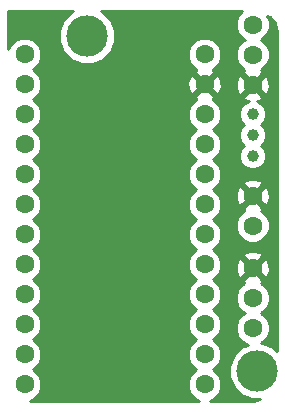
<source format=gbr>
G04 #@! TF.FileFunction,Copper,L2,Bot,Signal*
%FSLAX46Y46*%
G04 Gerber Fmt 4.6, Leading zero omitted, Abs format (unit mm)*
G04 Created by KiCad (PCBNEW 4.0.5+dfsg1-4) date Mon Jan 29 19:16:24 2018*
%MOMM*%
%LPD*%
G01*
G04 APERTURE LIST*
%ADD10C,0.100000*%
%ADD11C,1.000000*%
%ADD12C,1.600000*%
%ADD13C,3.500000*%
%ADD14C,0.254000*%
G04 APERTURE END LIST*
D10*
D11*
X160200000Y-99000000D03*
X160200000Y-100778000D03*
X160200000Y-97222000D03*
D12*
X140881100Y-120116600D03*
X140881100Y-117576600D03*
X156121100Y-120116600D03*
X140881100Y-115036600D03*
X140881100Y-112496600D03*
X140881100Y-109956600D03*
X140881100Y-107416600D03*
X140881100Y-104876600D03*
X140881100Y-102336600D03*
X140881100Y-99796600D03*
X140881100Y-97256600D03*
X140881100Y-94716600D03*
X140881100Y-92176600D03*
X156121100Y-117576600D03*
X156121100Y-115036600D03*
X156121100Y-112496600D03*
X156121100Y-109956600D03*
X156121100Y-107416600D03*
X156121100Y-104876600D03*
X156121100Y-102336600D03*
X156121100Y-99796600D03*
X156121100Y-97256600D03*
X156121100Y-94716600D03*
X156121100Y-92176600D03*
X160200000Y-106670000D03*
X160200000Y-104130000D03*
X160200000Y-112800000D03*
X160200000Y-110260000D03*
X160200000Y-115340000D03*
D13*
X160600000Y-119000000D03*
D12*
X160200000Y-92200000D03*
X160200000Y-94740000D03*
X160200000Y-89660000D03*
D13*
X146200000Y-90600000D03*
D14*
G36*
X144850771Y-88576916D02*
X144179274Y-89247242D01*
X143815415Y-90123513D01*
X143814587Y-91072325D01*
X144176916Y-91949229D01*
X144847242Y-92620726D01*
X145723513Y-92984585D01*
X146672325Y-92985413D01*
X147549229Y-92623084D01*
X147711809Y-92460787D01*
X154685852Y-92460787D01*
X154903857Y-92988400D01*
X155307177Y-93392424D01*
X155421868Y-93440048D01*
X155367095Y-93462736D01*
X155292961Y-93708855D01*
X156121100Y-94536995D01*
X156949239Y-93708855D01*
X156875105Y-93462736D01*
X156816846Y-93441795D01*
X156932900Y-93393843D01*
X157336924Y-92990523D01*
X157555850Y-92463291D01*
X157556348Y-91892413D01*
X157338343Y-91364800D01*
X156935023Y-90960776D01*
X156407791Y-90741850D01*
X155836913Y-90741352D01*
X155309300Y-90959357D01*
X154905276Y-91362677D01*
X154686350Y-91889909D01*
X154685852Y-92460787D01*
X147711809Y-92460787D01*
X148220726Y-91952758D01*
X148584585Y-91076487D01*
X148585413Y-90127675D01*
X148223084Y-89250771D01*
X147552758Y-88579274D01*
X147385927Y-88510000D01*
X159320840Y-88510000D01*
X158984176Y-88846077D01*
X158765250Y-89373309D01*
X158764752Y-89944187D01*
X158982757Y-90471800D01*
X159386077Y-90875824D01*
X159516215Y-90929862D01*
X159388200Y-90982757D01*
X158984176Y-91386077D01*
X158765250Y-91913309D01*
X158764752Y-92484187D01*
X158982757Y-93011800D01*
X159386077Y-93415824D01*
X159500768Y-93463448D01*
X159445995Y-93486136D01*
X159371861Y-93732255D01*
X160200000Y-94560395D01*
X161028139Y-93732255D01*
X160954005Y-93486136D01*
X160895746Y-93465195D01*
X161011800Y-93417243D01*
X161415824Y-93013923D01*
X161634750Y-92486691D01*
X161635248Y-91915813D01*
X161417243Y-91388200D01*
X161013923Y-90984176D01*
X160883785Y-90930138D01*
X161011800Y-90877243D01*
X161415824Y-90473923D01*
X161634750Y-89946691D01*
X161635248Y-89375813D01*
X161439931Y-88903109D01*
X161647841Y-88997614D01*
X162079962Y-89547755D01*
X162290000Y-90297566D01*
X162290000Y-117317105D01*
X161952758Y-116979274D01*
X161076487Y-116615415D01*
X160871446Y-116615236D01*
X161011800Y-116557243D01*
X161415824Y-116153923D01*
X161634750Y-115626691D01*
X161635248Y-115055813D01*
X161417243Y-114528200D01*
X161013923Y-114124176D01*
X160883785Y-114070138D01*
X161011800Y-114017243D01*
X161415824Y-113613923D01*
X161634750Y-113086691D01*
X161635248Y-112515813D01*
X161417243Y-111988200D01*
X161013923Y-111584176D01*
X160899232Y-111536552D01*
X160954005Y-111513864D01*
X161028139Y-111267745D01*
X160200000Y-110439605D01*
X159371861Y-111267745D01*
X159445995Y-111513864D01*
X159504254Y-111534805D01*
X159388200Y-111582757D01*
X158984176Y-111986077D01*
X158765250Y-112513309D01*
X158764752Y-113084187D01*
X158982757Y-113611800D01*
X159386077Y-114015824D01*
X159516215Y-114069862D01*
X159388200Y-114122757D01*
X158984176Y-114526077D01*
X158765250Y-115053309D01*
X158764752Y-115624187D01*
X158982757Y-116151800D01*
X159386077Y-116555824D01*
X159826894Y-116738867D01*
X159250771Y-116976916D01*
X158579274Y-117647242D01*
X158215415Y-118523513D01*
X158214587Y-119472325D01*
X158576916Y-120349229D01*
X159247242Y-121020726D01*
X160123513Y-121384585D01*
X160856810Y-121385225D01*
X160330069Y-121490000D01*
X156554971Y-121490000D01*
X156932900Y-121333843D01*
X157336924Y-120930523D01*
X157555850Y-120403291D01*
X157556348Y-119832413D01*
X157338343Y-119304800D01*
X156935023Y-118900776D01*
X156804885Y-118846738D01*
X156932900Y-118793843D01*
X157336924Y-118390523D01*
X157555850Y-117863291D01*
X157556348Y-117292413D01*
X157338343Y-116764800D01*
X156935023Y-116360776D01*
X156804885Y-116306738D01*
X156932900Y-116253843D01*
X157336924Y-115850523D01*
X157555850Y-115323291D01*
X157556348Y-114752413D01*
X157338343Y-114224800D01*
X156935023Y-113820776D01*
X156804885Y-113766738D01*
X156932900Y-113713843D01*
X157336924Y-113310523D01*
X157555850Y-112783291D01*
X157556348Y-112212413D01*
X157338343Y-111684800D01*
X156935023Y-111280776D01*
X156804885Y-111226738D01*
X156932900Y-111173843D01*
X157336924Y-110770523D01*
X157555850Y-110243291D01*
X157556024Y-110043223D01*
X158753035Y-110043223D01*
X158780222Y-110613454D01*
X158946136Y-111014005D01*
X159192255Y-111088139D01*
X160020395Y-110260000D01*
X160379605Y-110260000D01*
X161207745Y-111088139D01*
X161453864Y-111014005D01*
X161646965Y-110476777D01*
X161619778Y-109906546D01*
X161453864Y-109505995D01*
X161207745Y-109431861D01*
X160379605Y-110260000D01*
X160020395Y-110260000D01*
X159192255Y-109431861D01*
X158946136Y-109505995D01*
X158753035Y-110043223D01*
X157556024Y-110043223D01*
X157556348Y-109672413D01*
X157382743Y-109252255D01*
X159371861Y-109252255D01*
X160200000Y-110080395D01*
X161028139Y-109252255D01*
X160954005Y-109006136D01*
X160416777Y-108813035D01*
X159846546Y-108840222D01*
X159445995Y-109006136D01*
X159371861Y-109252255D01*
X157382743Y-109252255D01*
X157338343Y-109144800D01*
X156935023Y-108740776D01*
X156804885Y-108686738D01*
X156932900Y-108633843D01*
X157336924Y-108230523D01*
X157555850Y-107703291D01*
X157556348Y-107132413D01*
X157482707Y-106954187D01*
X158764752Y-106954187D01*
X158982757Y-107481800D01*
X159386077Y-107885824D01*
X159913309Y-108104750D01*
X160484187Y-108105248D01*
X161011800Y-107887243D01*
X161415824Y-107483923D01*
X161634750Y-106956691D01*
X161635248Y-106385813D01*
X161417243Y-105858200D01*
X161013923Y-105454176D01*
X160899232Y-105406552D01*
X160954005Y-105383864D01*
X161028139Y-105137745D01*
X160200000Y-104309605D01*
X159371861Y-105137745D01*
X159445995Y-105383864D01*
X159504254Y-105404805D01*
X159388200Y-105452757D01*
X158984176Y-105856077D01*
X158765250Y-106383309D01*
X158764752Y-106954187D01*
X157482707Y-106954187D01*
X157338343Y-106604800D01*
X156935023Y-106200776D01*
X156804885Y-106146738D01*
X156932900Y-106093843D01*
X157336924Y-105690523D01*
X157555850Y-105163291D01*
X157556348Y-104592413D01*
X157338343Y-104064800D01*
X157187031Y-103913223D01*
X158753035Y-103913223D01*
X158780222Y-104483454D01*
X158946136Y-104884005D01*
X159192255Y-104958139D01*
X160020395Y-104130000D01*
X160379605Y-104130000D01*
X161207745Y-104958139D01*
X161453864Y-104884005D01*
X161646965Y-104346777D01*
X161619778Y-103776546D01*
X161453864Y-103375995D01*
X161207745Y-103301861D01*
X160379605Y-104130000D01*
X160020395Y-104130000D01*
X159192255Y-103301861D01*
X158946136Y-103375995D01*
X158753035Y-103913223D01*
X157187031Y-103913223D01*
X156935023Y-103660776D01*
X156804885Y-103606738D01*
X156932900Y-103553843D01*
X157336924Y-103150523D01*
X157348661Y-103122255D01*
X159371861Y-103122255D01*
X160200000Y-103950395D01*
X161028139Y-103122255D01*
X160954005Y-102876136D01*
X160416777Y-102683035D01*
X159846546Y-102710222D01*
X159445995Y-102876136D01*
X159371861Y-103122255D01*
X157348661Y-103122255D01*
X157555850Y-102623291D01*
X157556348Y-102052413D01*
X157338343Y-101524800D01*
X156935023Y-101120776D01*
X156804885Y-101066738D01*
X156932900Y-101013843D01*
X157336924Y-100610523D01*
X157555850Y-100083291D01*
X157556348Y-99512413D01*
X157338343Y-98984800D01*
X156935023Y-98580776D01*
X156804885Y-98526738D01*
X156932900Y-98473843D01*
X157336924Y-98070523D01*
X157555850Y-97543291D01*
X157555934Y-97446775D01*
X159064803Y-97446775D01*
X159237233Y-97864086D01*
X159483867Y-98111151D01*
X159238355Y-98356235D01*
X159065197Y-98773244D01*
X159064803Y-99224775D01*
X159237233Y-99642086D01*
X159483867Y-99889151D01*
X159238355Y-100134235D01*
X159065197Y-100551244D01*
X159064803Y-101002775D01*
X159237233Y-101420086D01*
X159556235Y-101739645D01*
X159973244Y-101912803D01*
X160424775Y-101913197D01*
X160842086Y-101740767D01*
X161161645Y-101421765D01*
X161334803Y-101004756D01*
X161335197Y-100553225D01*
X161162767Y-100135914D01*
X160916133Y-99888849D01*
X161161645Y-99643765D01*
X161334803Y-99226756D01*
X161335197Y-98775225D01*
X161162767Y-98357914D01*
X160916133Y-98110849D01*
X161161645Y-97865765D01*
X161334803Y-97448756D01*
X161335197Y-96997225D01*
X161162767Y-96579914D01*
X160843765Y-96260355D01*
X160577532Y-96149805D01*
X160954005Y-95993864D01*
X161028139Y-95747745D01*
X160200000Y-94919605D01*
X159371861Y-95747745D01*
X159445995Y-95993864D01*
X159849308Y-96138831D01*
X159557914Y-96259233D01*
X159238355Y-96578235D01*
X159065197Y-96995244D01*
X159064803Y-97446775D01*
X157555934Y-97446775D01*
X157556348Y-96972413D01*
X157338343Y-96444800D01*
X156935023Y-96040776D01*
X156820332Y-95993152D01*
X156875105Y-95970464D01*
X156949239Y-95724345D01*
X156121100Y-94896205D01*
X155292961Y-95724345D01*
X155367095Y-95970464D01*
X155425354Y-95991405D01*
X155309300Y-96039357D01*
X154905276Y-96442677D01*
X154686350Y-96969909D01*
X154685852Y-97540787D01*
X154903857Y-98068400D01*
X155307177Y-98472424D01*
X155437315Y-98526462D01*
X155309300Y-98579357D01*
X154905276Y-98982677D01*
X154686350Y-99509909D01*
X154685852Y-100080787D01*
X154903857Y-100608400D01*
X155307177Y-101012424D01*
X155437315Y-101066462D01*
X155309300Y-101119357D01*
X154905276Y-101522677D01*
X154686350Y-102049909D01*
X154685852Y-102620787D01*
X154903857Y-103148400D01*
X155307177Y-103552424D01*
X155437315Y-103606462D01*
X155309300Y-103659357D01*
X154905276Y-104062677D01*
X154686350Y-104589909D01*
X154685852Y-105160787D01*
X154903857Y-105688400D01*
X155307177Y-106092424D01*
X155437315Y-106146462D01*
X155309300Y-106199357D01*
X154905276Y-106602677D01*
X154686350Y-107129909D01*
X154685852Y-107700787D01*
X154903857Y-108228400D01*
X155307177Y-108632424D01*
X155437315Y-108686462D01*
X155309300Y-108739357D01*
X154905276Y-109142677D01*
X154686350Y-109669909D01*
X154685852Y-110240787D01*
X154903857Y-110768400D01*
X155307177Y-111172424D01*
X155437315Y-111226462D01*
X155309300Y-111279357D01*
X154905276Y-111682677D01*
X154686350Y-112209909D01*
X154685852Y-112780787D01*
X154903857Y-113308400D01*
X155307177Y-113712424D01*
X155437315Y-113766462D01*
X155309300Y-113819357D01*
X154905276Y-114222677D01*
X154686350Y-114749909D01*
X154685852Y-115320787D01*
X154903857Y-115848400D01*
X155307177Y-116252424D01*
X155437315Y-116306462D01*
X155309300Y-116359357D01*
X154905276Y-116762677D01*
X154686350Y-117289909D01*
X154685852Y-117860787D01*
X154903857Y-118388400D01*
X155307177Y-118792424D01*
X155437315Y-118846462D01*
X155309300Y-118899357D01*
X154905276Y-119302677D01*
X154686350Y-119829909D01*
X154685852Y-120400787D01*
X154903857Y-120928400D01*
X155307177Y-121332424D01*
X155686662Y-121490000D01*
X141314971Y-121490000D01*
X141692900Y-121333843D01*
X142096924Y-120930523D01*
X142315850Y-120403291D01*
X142316348Y-119832413D01*
X142098343Y-119304800D01*
X141695023Y-118900776D01*
X141564885Y-118846738D01*
X141692900Y-118793843D01*
X142096924Y-118390523D01*
X142315850Y-117863291D01*
X142316348Y-117292413D01*
X142098343Y-116764800D01*
X141695023Y-116360776D01*
X141564885Y-116306738D01*
X141692900Y-116253843D01*
X142096924Y-115850523D01*
X142315850Y-115323291D01*
X142316348Y-114752413D01*
X142098343Y-114224800D01*
X141695023Y-113820776D01*
X141564885Y-113766738D01*
X141692900Y-113713843D01*
X142096924Y-113310523D01*
X142315850Y-112783291D01*
X142316348Y-112212413D01*
X142098343Y-111684800D01*
X141695023Y-111280776D01*
X141564885Y-111226738D01*
X141692900Y-111173843D01*
X142096924Y-110770523D01*
X142315850Y-110243291D01*
X142316348Y-109672413D01*
X142098343Y-109144800D01*
X141695023Y-108740776D01*
X141564885Y-108686738D01*
X141692900Y-108633843D01*
X142096924Y-108230523D01*
X142315850Y-107703291D01*
X142316348Y-107132413D01*
X142098343Y-106604800D01*
X141695023Y-106200776D01*
X141564885Y-106146738D01*
X141692900Y-106093843D01*
X142096924Y-105690523D01*
X142315850Y-105163291D01*
X142316348Y-104592413D01*
X142098343Y-104064800D01*
X141695023Y-103660776D01*
X141564885Y-103606738D01*
X141692900Y-103553843D01*
X142096924Y-103150523D01*
X142315850Y-102623291D01*
X142316348Y-102052413D01*
X142098343Y-101524800D01*
X141695023Y-101120776D01*
X141564885Y-101066738D01*
X141692900Y-101013843D01*
X142096924Y-100610523D01*
X142315850Y-100083291D01*
X142316348Y-99512413D01*
X142098343Y-98984800D01*
X141695023Y-98580776D01*
X141564885Y-98526738D01*
X141692900Y-98473843D01*
X142096924Y-98070523D01*
X142315850Y-97543291D01*
X142316348Y-96972413D01*
X142098343Y-96444800D01*
X141695023Y-96040776D01*
X141564885Y-95986738D01*
X141692900Y-95933843D01*
X142096924Y-95530523D01*
X142315850Y-95003291D01*
X142316289Y-94499823D01*
X154674135Y-94499823D01*
X154701322Y-95070054D01*
X154867236Y-95470605D01*
X155113355Y-95544739D01*
X155941495Y-94716600D01*
X156300705Y-94716600D01*
X157128845Y-95544739D01*
X157374964Y-95470605D01*
X157568065Y-94933377D01*
X157548511Y-94523223D01*
X158753035Y-94523223D01*
X158780222Y-95093454D01*
X158946136Y-95494005D01*
X159192255Y-95568139D01*
X160020395Y-94740000D01*
X160379605Y-94740000D01*
X161207745Y-95568139D01*
X161453864Y-95494005D01*
X161646965Y-94956777D01*
X161619778Y-94386546D01*
X161453864Y-93985995D01*
X161207745Y-93911861D01*
X160379605Y-94740000D01*
X160020395Y-94740000D01*
X159192255Y-93911861D01*
X158946136Y-93985995D01*
X158753035Y-94523223D01*
X157548511Y-94523223D01*
X157540878Y-94363146D01*
X157374964Y-93962595D01*
X157128845Y-93888461D01*
X156300705Y-94716600D01*
X155941495Y-94716600D01*
X155113355Y-93888461D01*
X154867236Y-93962595D01*
X154674135Y-94499823D01*
X142316289Y-94499823D01*
X142316348Y-94432413D01*
X142098343Y-93904800D01*
X141695023Y-93500776D01*
X141564885Y-93446738D01*
X141692900Y-93393843D01*
X142096924Y-92990523D01*
X142315850Y-92463291D01*
X142316348Y-91892413D01*
X142098343Y-91364800D01*
X141695023Y-90960776D01*
X141167791Y-90741850D01*
X140596913Y-90741352D01*
X140069300Y-90959357D01*
X139665276Y-91362677D01*
X139510000Y-91736623D01*
X139510000Y-88510000D01*
X145012720Y-88510000D01*
X144850771Y-88576916D01*
X144850771Y-88576916D01*
G37*
X144850771Y-88576916D02*
X144179274Y-89247242D01*
X143815415Y-90123513D01*
X143814587Y-91072325D01*
X144176916Y-91949229D01*
X144847242Y-92620726D01*
X145723513Y-92984585D01*
X146672325Y-92985413D01*
X147549229Y-92623084D01*
X147711809Y-92460787D01*
X154685852Y-92460787D01*
X154903857Y-92988400D01*
X155307177Y-93392424D01*
X155421868Y-93440048D01*
X155367095Y-93462736D01*
X155292961Y-93708855D01*
X156121100Y-94536995D01*
X156949239Y-93708855D01*
X156875105Y-93462736D01*
X156816846Y-93441795D01*
X156932900Y-93393843D01*
X157336924Y-92990523D01*
X157555850Y-92463291D01*
X157556348Y-91892413D01*
X157338343Y-91364800D01*
X156935023Y-90960776D01*
X156407791Y-90741850D01*
X155836913Y-90741352D01*
X155309300Y-90959357D01*
X154905276Y-91362677D01*
X154686350Y-91889909D01*
X154685852Y-92460787D01*
X147711809Y-92460787D01*
X148220726Y-91952758D01*
X148584585Y-91076487D01*
X148585413Y-90127675D01*
X148223084Y-89250771D01*
X147552758Y-88579274D01*
X147385927Y-88510000D01*
X159320840Y-88510000D01*
X158984176Y-88846077D01*
X158765250Y-89373309D01*
X158764752Y-89944187D01*
X158982757Y-90471800D01*
X159386077Y-90875824D01*
X159516215Y-90929862D01*
X159388200Y-90982757D01*
X158984176Y-91386077D01*
X158765250Y-91913309D01*
X158764752Y-92484187D01*
X158982757Y-93011800D01*
X159386077Y-93415824D01*
X159500768Y-93463448D01*
X159445995Y-93486136D01*
X159371861Y-93732255D01*
X160200000Y-94560395D01*
X161028139Y-93732255D01*
X160954005Y-93486136D01*
X160895746Y-93465195D01*
X161011800Y-93417243D01*
X161415824Y-93013923D01*
X161634750Y-92486691D01*
X161635248Y-91915813D01*
X161417243Y-91388200D01*
X161013923Y-90984176D01*
X160883785Y-90930138D01*
X161011800Y-90877243D01*
X161415824Y-90473923D01*
X161634750Y-89946691D01*
X161635248Y-89375813D01*
X161439931Y-88903109D01*
X161647841Y-88997614D01*
X162079962Y-89547755D01*
X162290000Y-90297566D01*
X162290000Y-117317105D01*
X161952758Y-116979274D01*
X161076487Y-116615415D01*
X160871446Y-116615236D01*
X161011800Y-116557243D01*
X161415824Y-116153923D01*
X161634750Y-115626691D01*
X161635248Y-115055813D01*
X161417243Y-114528200D01*
X161013923Y-114124176D01*
X160883785Y-114070138D01*
X161011800Y-114017243D01*
X161415824Y-113613923D01*
X161634750Y-113086691D01*
X161635248Y-112515813D01*
X161417243Y-111988200D01*
X161013923Y-111584176D01*
X160899232Y-111536552D01*
X160954005Y-111513864D01*
X161028139Y-111267745D01*
X160200000Y-110439605D01*
X159371861Y-111267745D01*
X159445995Y-111513864D01*
X159504254Y-111534805D01*
X159388200Y-111582757D01*
X158984176Y-111986077D01*
X158765250Y-112513309D01*
X158764752Y-113084187D01*
X158982757Y-113611800D01*
X159386077Y-114015824D01*
X159516215Y-114069862D01*
X159388200Y-114122757D01*
X158984176Y-114526077D01*
X158765250Y-115053309D01*
X158764752Y-115624187D01*
X158982757Y-116151800D01*
X159386077Y-116555824D01*
X159826894Y-116738867D01*
X159250771Y-116976916D01*
X158579274Y-117647242D01*
X158215415Y-118523513D01*
X158214587Y-119472325D01*
X158576916Y-120349229D01*
X159247242Y-121020726D01*
X160123513Y-121384585D01*
X160856810Y-121385225D01*
X160330069Y-121490000D01*
X156554971Y-121490000D01*
X156932900Y-121333843D01*
X157336924Y-120930523D01*
X157555850Y-120403291D01*
X157556348Y-119832413D01*
X157338343Y-119304800D01*
X156935023Y-118900776D01*
X156804885Y-118846738D01*
X156932900Y-118793843D01*
X157336924Y-118390523D01*
X157555850Y-117863291D01*
X157556348Y-117292413D01*
X157338343Y-116764800D01*
X156935023Y-116360776D01*
X156804885Y-116306738D01*
X156932900Y-116253843D01*
X157336924Y-115850523D01*
X157555850Y-115323291D01*
X157556348Y-114752413D01*
X157338343Y-114224800D01*
X156935023Y-113820776D01*
X156804885Y-113766738D01*
X156932900Y-113713843D01*
X157336924Y-113310523D01*
X157555850Y-112783291D01*
X157556348Y-112212413D01*
X157338343Y-111684800D01*
X156935023Y-111280776D01*
X156804885Y-111226738D01*
X156932900Y-111173843D01*
X157336924Y-110770523D01*
X157555850Y-110243291D01*
X157556024Y-110043223D01*
X158753035Y-110043223D01*
X158780222Y-110613454D01*
X158946136Y-111014005D01*
X159192255Y-111088139D01*
X160020395Y-110260000D01*
X160379605Y-110260000D01*
X161207745Y-111088139D01*
X161453864Y-111014005D01*
X161646965Y-110476777D01*
X161619778Y-109906546D01*
X161453864Y-109505995D01*
X161207745Y-109431861D01*
X160379605Y-110260000D01*
X160020395Y-110260000D01*
X159192255Y-109431861D01*
X158946136Y-109505995D01*
X158753035Y-110043223D01*
X157556024Y-110043223D01*
X157556348Y-109672413D01*
X157382743Y-109252255D01*
X159371861Y-109252255D01*
X160200000Y-110080395D01*
X161028139Y-109252255D01*
X160954005Y-109006136D01*
X160416777Y-108813035D01*
X159846546Y-108840222D01*
X159445995Y-109006136D01*
X159371861Y-109252255D01*
X157382743Y-109252255D01*
X157338343Y-109144800D01*
X156935023Y-108740776D01*
X156804885Y-108686738D01*
X156932900Y-108633843D01*
X157336924Y-108230523D01*
X157555850Y-107703291D01*
X157556348Y-107132413D01*
X157482707Y-106954187D01*
X158764752Y-106954187D01*
X158982757Y-107481800D01*
X159386077Y-107885824D01*
X159913309Y-108104750D01*
X160484187Y-108105248D01*
X161011800Y-107887243D01*
X161415824Y-107483923D01*
X161634750Y-106956691D01*
X161635248Y-106385813D01*
X161417243Y-105858200D01*
X161013923Y-105454176D01*
X160899232Y-105406552D01*
X160954005Y-105383864D01*
X161028139Y-105137745D01*
X160200000Y-104309605D01*
X159371861Y-105137745D01*
X159445995Y-105383864D01*
X159504254Y-105404805D01*
X159388200Y-105452757D01*
X158984176Y-105856077D01*
X158765250Y-106383309D01*
X158764752Y-106954187D01*
X157482707Y-106954187D01*
X157338343Y-106604800D01*
X156935023Y-106200776D01*
X156804885Y-106146738D01*
X156932900Y-106093843D01*
X157336924Y-105690523D01*
X157555850Y-105163291D01*
X157556348Y-104592413D01*
X157338343Y-104064800D01*
X157187031Y-103913223D01*
X158753035Y-103913223D01*
X158780222Y-104483454D01*
X158946136Y-104884005D01*
X159192255Y-104958139D01*
X160020395Y-104130000D01*
X160379605Y-104130000D01*
X161207745Y-104958139D01*
X161453864Y-104884005D01*
X161646965Y-104346777D01*
X161619778Y-103776546D01*
X161453864Y-103375995D01*
X161207745Y-103301861D01*
X160379605Y-104130000D01*
X160020395Y-104130000D01*
X159192255Y-103301861D01*
X158946136Y-103375995D01*
X158753035Y-103913223D01*
X157187031Y-103913223D01*
X156935023Y-103660776D01*
X156804885Y-103606738D01*
X156932900Y-103553843D01*
X157336924Y-103150523D01*
X157348661Y-103122255D01*
X159371861Y-103122255D01*
X160200000Y-103950395D01*
X161028139Y-103122255D01*
X160954005Y-102876136D01*
X160416777Y-102683035D01*
X159846546Y-102710222D01*
X159445995Y-102876136D01*
X159371861Y-103122255D01*
X157348661Y-103122255D01*
X157555850Y-102623291D01*
X157556348Y-102052413D01*
X157338343Y-101524800D01*
X156935023Y-101120776D01*
X156804885Y-101066738D01*
X156932900Y-101013843D01*
X157336924Y-100610523D01*
X157555850Y-100083291D01*
X157556348Y-99512413D01*
X157338343Y-98984800D01*
X156935023Y-98580776D01*
X156804885Y-98526738D01*
X156932900Y-98473843D01*
X157336924Y-98070523D01*
X157555850Y-97543291D01*
X157555934Y-97446775D01*
X159064803Y-97446775D01*
X159237233Y-97864086D01*
X159483867Y-98111151D01*
X159238355Y-98356235D01*
X159065197Y-98773244D01*
X159064803Y-99224775D01*
X159237233Y-99642086D01*
X159483867Y-99889151D01*
X159238355Y-100134235D01*
X159065197Y-100551244D01*
X159064803Y-101002775D01*
X159237233Y-101420086D01*
X159556235Y-101739645D01*
X159973244Y-101912803D01*
X160424775Y-101913197D01*
X160842086Y-101740767D01*
X161161645Y-101421765D01*
X161334803Y-101004756D01*
X161335197Y-100553225D01*
X161162767Y-100135914D01*
X160916133Y-99888849D01*
X161161645Y-99643765D01*
X161334803Y-99226756D01*
X161335197Y-98775225D01*
X161162767Y-98357914D01*
X160916133Y-98110849D01*
X161161645Y-97865765D01*
X161334803Y-97448756D01*
X161335197Y-96997225D01*
X161162767Y-96579914D01*
X160843765Y-96260355D01*
X160577532Y-96149805D01*
X160954005Y-95993864D01*
X161028139Y-95747745D01*
X160200000Y-94919605D01*
X159371861Y-95747745D01*
X159445995Y-95993864D01*
X159849308Y-96138831D01*
X159557914Y-96259233D01*
X159238355Y-96578235D01*
X159065197Y-96995244D01*
X159064803Y-97446775D01*
X157555934Y-97446775D01*
X157556348Y-96972413D01*
X157338343Y-96444800D01*
X156935023Y-96040776D01*
X156820332Y-95993152D01*
X156875105Y-95970464D01*
X156949239Y-95724345D01*
X156121100Y-94896205D01*
X155292961Y-95724345D01*
X155367095Y-95970464D01*
X155425354Y-95991405D01*
X155309300Y-96039357D01*
X154905276Y-96442677D01*
X154686350Y-96969909D01*
X154685852Y-97540787D01*
X154903857Y-98068400D01*
X155307177Y-98472424D01*
X155437315Y-98526462D01*
X155309300Y-98579357D01*
X154905276Y-98982677D01*
X154686350Y-99509909D01*
X154685852Y-100080787D01*
X154903857Y-100608400D01*
X155307177Y-101012424D01*
X155437315Y-101066462D01*
X155309300Y-101119357D01*
X154905276Y-101522677D01*
X154686350Y-102049909D01*
X154685852Y-102620787D01*
X154903857Y-103148400D01*
X155307177Y-103552424D01*
X155437315Y-103606462D01*
X155309300Y-103659357D01*
X154905276Y-104062677D01*
X154686350Y-104589909D01*
X154685852Y-105160787D01*
X154903857Y-105688400D01*
X155307177Y-106092424D01*
X155437315Y-106146462D01*
X155309300Y-106199357D01*
X154905276Y-106602677D01*
X154686350Y-107129909D01*
X154685852Y-107700787D01*
X154903857Y-108228400D01*
X155307177Y-108632424D01*
X155437315Y-108686462D01*
X155309300Y-108739357D01*
X154905276Y-109142677D01*
X154686350Y-109669909D01*
X154685852Y-110240787D01*
X154903857Y-110768400D01*
X155307177Y-111172424D01*
X155437315Y-111226462D01*
X155309300Y-111279357D01*
X154905276Y-111682677D01*
X154686350Y-112209909D01*
X154685852Y-112780787D01*
X154903857Y-113308400D01*
X155307177Y-113712424D01*
X155437315Y-113766462D01*
X155309300Y-113819357D01*
X154905276Y-114222677D01*
X154686350Y-114749909D01*
X154685852Y-115320787D01*
X154903857Y-115848400D01*
X155307177Y-116252424D01*
X155437315Y-116306462D01*
X155309300Y-116359357D01*
X154905276Y-116762677D01*
X154686350Y-117289909D01*
X154685852Y-117860787D01*
X154903857Y-118388400D01*
X155307177Y-118792424D01*
X155437315Y-118846462D01*
X155309300Y-118899357D01*
X154905276Y-119302677D01*
X154686350Y-119829909D01*
X154685852Y-120400787D01*
X154903857Y-120928400D01*
X155307177Y-121332424D01*
X155686662Y-121490000D01*
X141314971Y-121490000D01*
X141692900Y-121333843D01*
X142096924Y-120930523D01*
X142315850Y-120403291D01*
X142316348Y-119832413D01*
X142098343Y-119304800D01*
X141695023Y-118900776D01*
X141564885Y-118846738D01*
X141692900Y-118793843D01*
X142096924Y-118390523D01*
X142315850Y-117863291D01*
X142316348Y-117292413D01*
X142098343Y-116764800D01*
X141695023Y-116360776D01*
X141564885Y-116306738D01*
X141692900Y-116253843D01*
X142096924Y-115850523D01*
X142315850Y-115323291D01*
X142316348Y-114752413D01*
X142098343Y-114224800D01*
X141695023Y-113820776D01*
X141564885Y-113766738D01*
X141692900Y-113713843D01*
X142096924Y-113310523D01*
X142315850Y-112783291D01*
X142316348Y-112212413D01*
X142098343Y-111684800D01*
X141695023Y-111280776D01*
X141564885Y-111226738D01*
X141692900Y-111173843D01*
X142096924Y-110770523D01*
X142315850Y-110243291D01*
X142316348Y-109672413D01*
X142098343Y-109144800D01*
X141695023Y-108740776D01*
X141564885Y-108686738D01*
X141692900Y-108633843D01*
X142096924Y-108230523D01*
X142315850Y-107703291D01*
X142316348Y-107132413D01*
X142098343Y-106604800D01*
X141695023Y-106200776D01*
X141564885Y-106146738D01*
X141692900Y-106093843D01*
X142096924Y-105690523D01*
X142315850Y-105163291D01*
X142316348Y-104592413D01*
X142098343Y-104064800D01*
X141695023Y-103660776D01*
X141564885Y-103606738D01*
X141692900Y-103553843D01*
X142096924Y-103150523D01*
X142315850Y-102623291D01*
X142316348Y-102052413D01*
X142098343Y-101524800D01*
X141695023Y-101120776D01*
X141564885Y-101066738D01*
X141692900Y-101013843D01*
X142096924Y-100610523D01*
X142315850Y-100083291D01*
X142316348Y-99512413D01*
X142098343Y-98984800D01*
X141695023Y-98580776D01*
X141564885Y-98526738D01*
X141692900Y-98473843D01*
X142096924Y-98070523D01*
X142315850Y-97543291D01*
X142316348Y-96972413D01*
X142098343Y-96444800D01*
X141695023Y-96040776D01*
X141564885Y-95986738D01*
X141692900Y-95933843D01*
X142096924Y-95530523D01*
X142315850Y-95003291D01*
X142316289Y-94499823D01*
X154674135Y-94499823D01*
X154701322Y-95070054D01*
X154867236Y-95470605D01*
X155113355Y-95544739D01*
X155941495Y-94716600D01*
X156300705Y-94716600D01*
X157128845Y-95544739D01*
X157374964Y-95470605D01*
X157568065Y-94933377D01*
X157548511Y-94523223D01*
X158753035Y-94523223D01*
X158780222Y-95093454D01*
X158946136Y-95494005D01*
X159192255Y-95568139D01*
X160020395Y-94740000D01*
X160379605Y-94740000D01*
X161207745Y-95568139D01*
X161453864Y-95494005D01*
X161646965Y-94956777D01*
X161619778Y-94386546D01*
X161453864Y-93985995D01*
X161207745Y-93911861D01*
X160379605Y-94740000D01*
X160020395Y-94740000D01*
X159192255Y-93911861D01*
X158946136Y-93985995D01*
X158753035Y-94523223D01*
X157548511Y-94523223D01*
X157540878Y-94363146D01*
X157374964Y-93962595D01*
X157128845Y-93888461D01*
X156300705Y-94716600D01*
X155941495Y-94716600D01*
X155113355Y-93888461D01*
X154867236Y-93962595D01*
X154674135Y-94499823D01*
X142316289Y-94499823D01*
X142316348Y-94432413D01*
X142098343Y-93904800D01*
X141695023Y-93500776D01*
X141564885Y-93446738D01*
X141692900Y-93393843D01*
X142096924Y-92990523D01*
X142315850Y-92463291D01*
X142316348Y-91892413D01*
X142098343Y-91364800D01*
X141695023Y-90960776D01*
X141167791Y-90741850D01*
X140596913Y-90741352D01*
X140069300Y-90959357D01*
X139665276Y-91362677D01*
X139510000Y-91736623D01*
X139510000Y-88510000D01*
X145012720Y-88510000D01*
X144850771Y-88576916D01*
M02*

</source>
